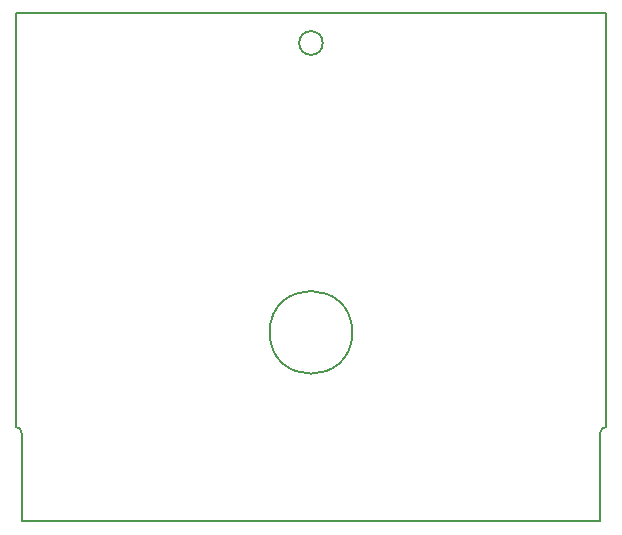
<source format=gbr>
%TF.GenerationSoftware,KiCad,Pcbnew,9.0.0*%
%TF.CreationDate,2025-05-20T18:18:11-06:00*%
%TF.ProjectId,GB_Card32k,47425f43-6172-4643-9332-6b2e6b696361,rev?*%
%TF.SameCoordinates,Original*%
%TF.FileFunction,Profile,NP*%
%FSLAX46Y46*%
G04 Gerber Fmt 4.6, Leading zero omitted, Abs format (unit mm)*
G04 Created by KiCad (PCBNEW 9.0.0) date 2025-05-20 18:18:11*
%MOMM*%
%LPD*%
G01*
G04 APERTURE LIST*
%TA.AperFunction,Profile*%
%ADD10C,0.150000*%
%TD*%
G04 APERTURE END LIST*
D10*
X120000000Y-129000000D02*
X169000000Y-129000000D01*
X119500000Y-86000000D02*
X169500000Y-86000000D01*
X145500000Y-88500000D02*
G75*
G02*
X143500000Y-88500000I-1000000J0D01*
G01*
X143500000Y-88500000D02*
G75*
G02*
X145500000Y-88500000I1000000J0D01*
G01*
X148000000Y-113000000D02*
G75*
G02*
X141000000Y-113000000I-3500000J0D01*
G01*
X141000000Y-113000000D02*
G75*
G02*
X148000000Y-113000000I3500000J0D01*
G01*
X119500000Y-86000000D02*
X119500000Y-121000000D01*
X120000000Y-121500000D02*
X120000000Y-129000000D01*
X169000000Y-129000000D02*
X169000000Y-121500000D01*
X169500000Y-86000000D02*
X169500000Y-121000000D01*
X119500000Y-121000000D02*
G75*
G02*
X120000000Y-121500000I-1J-500001D01*
G01*
X169000000Y-121500000D02*
G75*
G02*
X169500000Y-121000000I500000J0D01*
G01*
M02*

</source>
